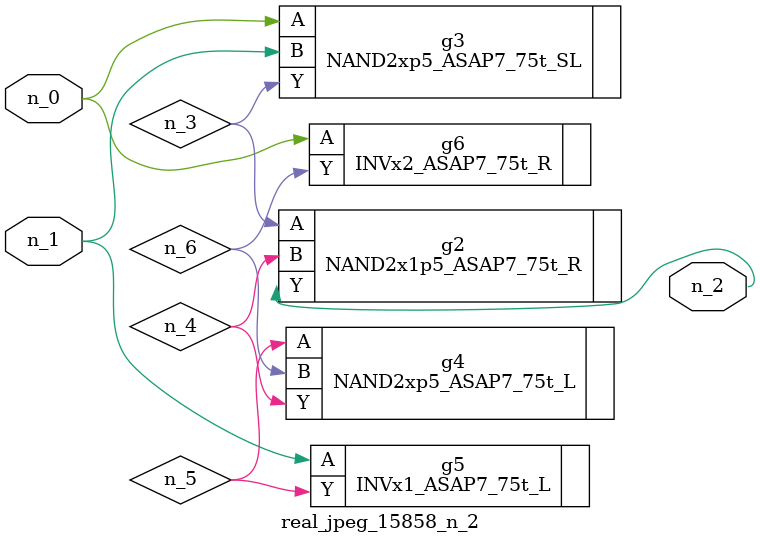
<source format=v>
module real_jpeg_15858_n_2 (n_1, n_0, n_2);

input n_1;
input n_0;

output n_2;

wire n_5;
wire n_4;
wire n_6;
wire n_3;

NAND2xp5_ASAP7_75t_SL g3 ( 
.A(n_0),
.B(n_1),
.Y(n_3)
);

INVx2_ASAP7_75t_R g6 ( 
.A(n_0),
.Y(n_6)
);

INVx1_ASAP7_75t_L g5 ( 
.A(n_1),
.Y(n_5)
);

NAND2x1p5_ASAP7_75t_R g2 ( 
.A(n_3),
.B(n_4),
.Y(n_2)
);

NAND2xp5_ASAP7_75t_L g4 ( 
.A(n_5),
.B(n_6),
.Y(n_4)
);


endmodule
</source>
